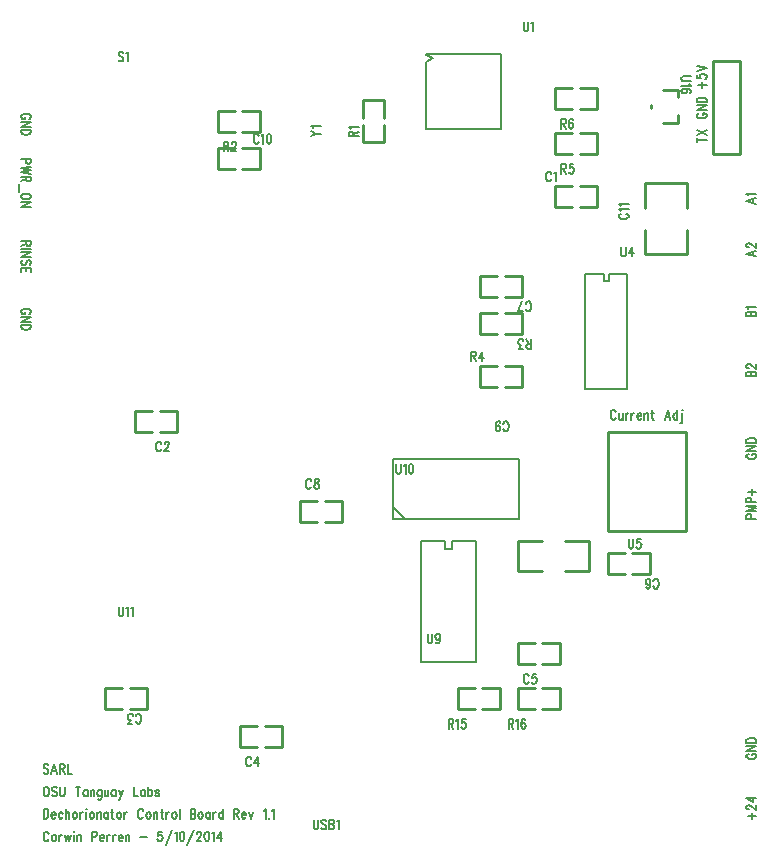
<source format=gto>
*
*
G04 PADS 9.3.1 Build Number: 456998 generated Gerber (RS-274-X) file*
G04 PC Version=2.1*
*
%IN "Dechorionator.pcb"*%
*
%MOIN*%
*
%FSLAX35Y35*%
*
*
*
*
G04 PC Standard Apertures*
*
*
G04 Thermal Relief Aperture macro.*
%AMTER*
1,1,$1,0,0*
1,0,$1-$2,0,0*
21,0,$3,$4,0,0,45*
21,0,$3,$4,0,0,135*
%
*
*
G04 Annular Aperture macro.*
%AMANN*
1,1,$1,0,0*
1,0,$2,0,0*
%
*
*
G04 Odd Aperture macro.*
%AMODD*
1,1,$1,0,0*
1,0,$1-0.005,0,0*
%
*
*
G04 PC Custom Aperture Macros*
*
*
*
*
*
*
G04 PC Aperture Table*
*
%ADD010C,0.001*%
%ADD011C,0.01*%
%ADD012C,0.005*%
%ADD040C,0.00787*%
%ADD167C,0.008*%
%ADD179C,0.00787*%
*
*
*
*
G04 PC Circuitry*
G04 Layer Name Dechorionator.pcb - circuitry*
%LPD*%
*
*
G04 PC Custom Flashes*
G04 Layer Name Dechorionator.pcb - flashes*
%LPD*%
*
*
G04 PC Circuitry*
G04 Layer Name Dechorionator.pcb - circuitry*
%LPD*%
*
G54D10*
G54D11*
G01X156200Y49000D02*
X162000D01*
Y56000*
X156200*
X153800Y49000D02*
X148000D01*
Y56000*
X153800*
X176200Y49000D02*
X182000D01*
Y56000*
X176200*
X173800Y49000D02*
X168000D01*
Y56000*
X173800*
X176200Y64000D02*
X182000D01*
Y71000*
X176200*
X173800Y64000D02*
X168000D01*
Y71000*
X173800*
X116500Y243800D02*
Y238000D01*
X123500*
Y243800*
X116500Y246200D02*
Y252000D01*
X123500*
Y246200*
X73800Y248500D02*
X68000D01*
Y241500*
X73800*
X76200Y248500D02*
X82000D01*
Y241500*
X76200*
X186300Y223500D02*
X180500D01*
Y216500*
X186300*
X188700Y223500D02*
X194500D01*
Y216500*
X188700*
X46300Y148500D02*
X40500D01*
Y141500*
X46300*
X48700Y148500D02*
X54500D01*
Y141500*
X48700*
X38700Y49000D02*
X44500D01*
Y56000*
X38700*
X36300Y49000D02*
X30500D01*
Y56000*
X36300*
X81300Y43500D02*
X75500D01*
Y36500*
X81300*
X83700Y43500D02*
X89500D01*
Y36500*
X83700*
X203800Y101000D02*
X198000D01*
Y94000*
X203800*
X206200Y101000D02*
X212000D01*
Y94000*
X206200*
X163700Y186500D02*
X169500D01*
Y193500*
X163700*
X161300Y186500D02*
X155500D01*
Y193500*
X161300*
X163700Y174000D02*
X169500D01*
Y181000*
X163700*
X161300Y174000D02*
X155500D01*
Y181000*
X161300*
X163700Y156500D02*
X169500D01*
Y163500*
X163700*
X161300Y156500D02*
X155500D01*
Y163500*
X161300*
X188700Y234000D02*
X194500D01*
Y241000*
X188700*
X186300Y234000D02*
X180500D01*
Y241000*
X186300*
X188700Y249000D02*
X194500D01*
Y256000*
X188700*
X186300Y249000D02*
X180500D01*
Y256000*
X186300*
X224000Y108500D02*
X198000D01*
Y141500*
X224000*
Y108500*
X233000Y234000D02*
Y265000D01*
X242000*
Y234000*
X233000*
X221500Y253000D02*
Y255500D01*
X216500*
X221500Y247000D02*
Y244500D01*
X216500*
X212500Y250500D02*
Y249500D01*
X73800Y236000D02*
X68000D01*
Y229000*
X73800*
X76200Y236000D02*
X82000D01*
Y229000*
X76200*
X101300Y118500D02*
X95500D01*
Y111500*
X101300*
X103700Y118500D02*
X109500D01*
Y111500*
X103700*
X176250Y105000D02*
X168200D01*
Y95000*
X176250*
X183750Y105000D02*
X191800D01*
Y95000*
X183750*
X210500Y208750D02*
Y200700D01*
X224500*
Y208750*
X210500Y216250D02*
Y224300D01*
X224500*
Y216250*
G54D12*
X200705Y148000D02*
X200591Y148313D01*
X200591D02*
X200364Y148625D01*
X200136Y148781*
X199682*
X199455Y148625*
X199227Y148313*
X199227D02*
X199114Y148000D01*
X199000Y147531*
Y146750*
X199114Y146281*
X199227Y145969*
X199455Y145656*
X199682Y145500*
X200136*
X200364Y145656*
X200591Y145969*
X200705Y146281*
X201727Y147688D02*
Y146125D01*
X201841Y145656*
X202068Y145500*
X202409*
X202636Y145656*
X202977Y146125*
Y147688D02*
Y145500D01*
X204000Y147688D02*
Y145500D01*
Y146750D02*
X204114Y147219D01*
X204341Y147531*
X204568Y147688*
X204568D02*
X204909D01*
X205932D02*
Y145500D01*
Y146750D02*
X206045Y147219D01*
X206273Y147531*
X206500Y147688*
X206500D02*
X206841D01*
X207864Y146750D02*
X209227D01*
Y147063*
X209227D02*
X209114Y147375D01*
X209000Y147531*
X208773Y147688*
X208773D02*
X208432D01*
X208432D02*
X208205Y147531D01*
X207977Y147219*
X207864Y146750*
Y146438*
X207864D02*
X207977Y145969D01*
X208205Y145656*
X208432Y145500*
X208773*
X209000Y145656*
X209227Y145969*
X210250Y147688D02*
Y145500D01*
Y147063D02*
X210591Y147531D01*
X210818Y147688*
X210818D02*
X211159D01*
X211159D02*
X211386Y147531D01*
X211500Y147063*
X211500D02*
Y145500D01*
X212864Y148781D02*
Y146125D01*
X212977Y145656*
X213205Y145500*
X213432*
X212523Y147688D02*
X213318D01*
X217977Y148781D02*
X217068Y145500D01*
X217977Y148781D02*
X218886Y145500D01*
X217409Y146594D02*
X218545D01*
X221273Y148781D02*
Y145500D01*
Y147219D02*
X221045Y147531D01*
X220818Y147688*
X220818D02*
X220477D01*
X220477D02*
X220250Y147531D01*
X220023Y147219*
X219909Y146750*
Y146438*
X219909D02*
X220023Y145969D01*
X220250Y145656*
X220477Y145500*
X220818*
X221045Y145656*
X221273Y145969*
X222750Y148781D02*
X222864Y148625D01*
X222977Y148781*
X222864Y148938*
X222864D02*
X222750Y148781D01*
X222864Y147688D02*
Y145031D01*
X222750Y144562*
X222750D02*
X222523Y144406D01*
X222295*
X227719Y238795D02*
X231000D01*
X227719Y238000D02*
Y239591D01*
Y240614D02*
X231000Y242205D01*
X227719D02*
X231000Y240614D01*
X228500Y247705D02*
X228187Y247591D01*
X228187D02*
X227875Y247364D01*
X227719Y247136*
Y246682*
X227875Y246455*
X228187Y246227*
X228187D02*
X228500Y246114D01*
X228969Y246000*
X229750*
X230219Y246114*
X230531Y246227*
X230844Y246455*
X231000Y246682*
Y247136*
X230844Y247364*
X230531Y247591*
X230219Y247705*
X229750*
Y247136D02*
Y247705D01*
X227719Y248727D02*
X231000D01*
X227719D02*
X231000Y250318D01*
X227719D02*
X231000D01*
X227719Y251341D02*
X231000D01*
X227719D02*
Y252136D01*
X227875Y252477*
X228187Y252705*
X228187D02*
X228500Y252818D01*
X228969Y252932*
X229750*
X230219Y252818*
X230531Y252705*
X230844Y252477*
X231000Y252136*
Y251341*
X228187Y257023D02*
X231000D01*
X229594Y256000D02*
Y258045D01*
X227719Y260545D02*
Y259409D01*
X229125Y259295*
X228969Y259409*
X228812Y259750*
X228812D02*
Y260091D01*
X228812D02*
X228969Y260432D01*
X229281Y260659*
X229750Y260773*
X230062Y260659*
X230062D02*
X230531Y260545D01*
X230844Y260318*
X231000Y259977*
Y259636*
X230844Y259295*
X230687Y259182*
X230687D02*
X230375Y259068D01*
X227719Y261795D02*
X231000Y262705D01*
X227719Y263614D02*
X231000Y262705D01*
X170000Y278281D02*
Y275938D01*
X170000D02*
X170114Y275469D01*
X170341Y275156*
X170682Y275000*
X170909*
X171250Y275156*
X171477Y275469*
X171591Y275938*
X171591D02*
Y278281D01*
X172614Y277656D02*
X172841Y277813D01*
X172841D02*
X173182Y278281D01*
Y275000*
X138000Y74281D02*
Y71938D01*
X138000D02*
X138114Y71469D01*
X138341Y71156*
X138682Y71000*
X138909*
X139250Y71156*
X139477Y71469*
X139591Y71938*
X139591D02*
Y74281D01*
X142091Y73188D02*
X141977Y72719D01*
X141750Y72406*
X141409Y72250*
X141295*
X140955Y72406*
X140727Y72719*
X140614Y73188*
X140614D02*
Y73344D01*
X140727Y73813*
X140727D02*
X140955Y74125D01*
X141295Y74281*
X141409*
X141750Y74125*
X141977Y73813*
X141977D02*
X142091Y73188D01*
X142091D02*
Y72406D01*
X141977Y71625*
X141750Y71156*
X141409Y71000*
X141182*
X140841Y71156*
X140727Y71469*
X100000Y12281D02*
Y9938D01*
X100000D02*
X100114Y9469D01*
X100341Y9156*
X100682Y9000*
X100909*
X101250Y9156*
X101477Y9469*
X101591Y9938*
X101591D02*
Y12281D01*
X104205Y11813D02*
X103977Y12125D01*
X103636Y12281*
X103182*
X102841Y12125*
X102614Y11813*
X102614D02*
Y11500D01*
X102727Y11188*
X102727D02*
X102841Y11031D01*
X103068Y10875*
X103750Y10563*
X103750D02*
X103977Y10406D01*
X104091Y10250*
X104205Y9938*
X104205D02*
Y9469D01*
X103977Y9156*
X103636Y9000*
X103182*
X102841Y9156*
X102614Y9469*
X105227Y12281D02*
Y9000D01*
Y12281D02*
X106250D01*
X106591Y12125*
X106705Y11969*
X106818Y11656*
Y11344*
X106705Y11031*
X106591Y10875*
X106250Y10719*
X105227D02*
X106250D01*
X106591Y10563*
X106591D02*
X106705Y10406D01*
X106818Y10094*
Y9625*
X106705Y9313*
X106705D02*
X106591Y9156D01*
X106250Y9000*
X105227*
X107841Y11656D02*
X108068Y11813D01*
X108068D02*
X108409Y12281D01*
Y9000*
X145000Y45781D02*
Y42500D01*
Y45781D02*
X146023D01*
X146364Y45625*
X146477Y45469*
X146591Y45156*
Y44844*
X146477Y44531*
X146364Y44375*
X146023Y44219*
X145000*
X145795D02*
X146591Y42500D01*
X147614Y45156D02*
X147841Y45313D01*
X147841D02*
X148182Y45781D01*
Y42500*
X150682Y45781D02*
X149545D01*
X149432Y44375*
X149545Y44531*
X149886Y44688*
X149886D02*
X150227D01*
X150227D02*
X150568Y44531D01*
X150795Y44219*
X150909Y43750*
X150795Y43438*
X150795D02*
X150682Y42969D01*
X150455Y42656*
X150114Y42500*
X149773*
X149432Y42656*
X149318Y42813*
X149318D02*
X149205Y43125D01*
X165000Y45781D02*
Y42500D01*
Y45781D02*
X166023D01*
X166364Y45625*
X166477Y45469*
X166591Y45156*
Y44844*
X166477Y44531*
X166364Y44375*
X166023Y44219*
X165000*
X165795D02*
X166591Y42500D01*
X167614Y45156D02*
X167841Y45313D01*
X167841D02*
X168182Y45781D01*
Y42500*
X170568Y45313D02*
X170455Y45625D01*
X170114Y45781*
X169886*
X169545Y45625*
X169318Y45156*
X169205Y44375*
Y43594*
X169318Y42969*
X169545Y42656*
X169886Y42500*
X170000*
X170341Y42656*
X170568Y42969*
X170682Y43438*
X170682D02*
Y43594D01*
X170568Y44063*
X170568D02*
X170341Y44375D01*
X170000Y44531*
X169886*
X169545Y44375*
X169318Y44063*
X169318D02*
X169205Y43594D01*
X171705Y60000D02*
X171591Y60313D01*
X171591D02*
X171364Y60625D01*
X171136Y60781*
X170682*
X170455Y60625*
X170227Y60313*
X170227D02*
X170114Y60000D01*
X170000Y59531*
Y58750*
X170114Y58281*
X170227Y57969*
X170455Y57656*
X170682Y57500*
X171136*
X171364Y57656*
X171591Y57969*
X171705Y58281*
X174205Y60781D02*
X173068D01*
X172955Y59375*
X173068Y59531*
X173409Y59688*
X173409D02*
X173750D01*
X173750D02*
X174091Y59531D01*
X174318Y59219*
X174432Y58750*
X174318Y58438*
X174318D02*
X174205Y57969D01*
X173977Y57656*
X173636Y57500*
X173295*
X172955Y57656*
X172841Y57813*
X172841D02*
X172727Y58125D01*
X111719Y240000D02*
X115000D01*
X111719D02*
Y241023D01*
X111875Y241364*
X112031Y241477*
X112344Y241591*
X112656*
X112969Y241477*
X113125Y241364*
X113281Y241023*
Y240000*
Y240795D02*
X115000Y241591D01*
X112344Y242614D02*
X112187Y242841D01*
X112187D02*
X111719Y243182D01*
X115000*
X70000Y238281D02*
Y235000D01*
Y238281D02*
X71023D01*
X71364Y238125*
X71477Y237969*
X71591Y237656*
Y237344*
X71477Y237031*
X71364Y236875*
X71023Y236719*
X70000*
X70795D02*
X71591Y235000D01*
X72727Y237500D02*
Y237656D01*
X72841Y237969*
X72955Y238125*
X73182Y238281*
X73636*
X73864Y238125*
X73977Y237969*
X74091Y237656*
Y237344*
X73977Y237031*
X73750Y236563*
X73750D02*
X72614Y235000D01*
X74205*
X36591Y267813D02*
X36364Y268125D01*
X36023Y268281*
X35568*
X35227Y268125*
X35000Y267813*
X35000D02*
Y267500D01*
X35114Y267188*
X35114D02*
X35227Y267031D01*
X35455Y266875*
X36136Y266563*
X36136D02*
X36364Y266406D01*
X36477Y266250*
X36591Y265938*
X36591D02*
Y265469D01*
X36364Y265156*
X36023Y265000*
X35568*
X35227Y265156*
X35000Y265469*
X37614Y267656D02*
X37841Y267813D01*
X37841D02*
X38182Y268281D01*
Y265000*
X202500Y203281D02*
Y200938D01*
X202500D02*
X202614Y200469D01*
X202841Y200156*
X203182Y200000*
X203409*
X203750Y200156*
X203977Y200469*
X204091Y200938*
X204091D02*
Y203281D01*
X206250D02*
X205114Y201094D01*
X206818*
X206250Y203281D02*
Y200000D01*
X179205Y227500D02*
X179091Y227813D01*
X179091D02*
X178864Y228125D01*
X178636Y228281*
X178182*
X177955Y228125*
X177727Y227813*
X177727D02*
X177614Y227500D01*
X177500Y227031*
Y226250*
X177614Y225781*
X177727Y225469*
X177955Y225156*
X178182Y225000*
X178636*
X178864Y225156*
X179091Y225469*
X179205Y225781*
X180227Y227656D02*
X180455Y227813D01*
X180455D02*
X180795Y228281D01*
Y225000*
X49205Y137500D02*
X49091Y137813D01*
X49091D02*
X48864Y138125D01*
X48636Y138281*
X48182*
X47955Y138125*
X47727Y137813*
X47727D02*
X47614Y137500D01*
X47500Y137031*
Y136250*
X47614Y135781*
X47727Y135469*
X47955Y135156*
X48182Y135000*
X48636*
X48864Y135156*
X49091Y135469*
X49205Y135781*
X50341Y137500D02*
Y137656D01*
X50455Y137969*
X50568Y138125*
X50795Y138281*
X51250*
X51477Y138125*
X51591Y137969*
X51705Y137656*
Y137344*
X51591Y137031*
X51364Y136563*
X51364D02*
X50227Y135000D01*
X51818*
X40795Y45000D02*
X40909Y44687D01*
X40909D02*
X41136Y44375D01*
X41364Y44219*
X41818*
X42045Y44375*
X42273Y44687*
X42273D02*
X42386Y45000D01*
X42500Y45469*
Y46250*
X42386Y46719*
X42273Y47031*
X42045Y47344*
X41818Y47500*
X41364*
X41136Y47344*
X40909Y47031*
X40795Y46719*
X39545Y44219D02*
X38295D01*
X38977Y45469*
X38636*
X38409Y45625*
X38295Y45781*
X38182Y46250*
Y46562*
X38182D02*
X38295Y47031D01*
X38523Y47344*
X38864Y47500*
X39205*
X39545Y47344*
X39659Y47187*
X39659D02*
X39773Y46875D01*
X79205Y32500D02*
X79091Y32813D01*
X79091D02*
X78864Y33125D01*
X78636Y33281*
X78182*
X77955Y33125*
X77727Y32813*
X77727D02*
X77614Y32500D01*
X77500Y32031*
Y31250*
X77614Y30781*
X77727Y30469*
X77955Y30156*
X78182Y30000*
X78636*
X78864Y30156*
X79091Y30469*
X79205Y30781*
X81364Y33281D02*
X80227Y31094D01*
X81932*
X81364Y33281D02*
Y30000D01*
X213295Y90000D02*
X213409Y89688D01*
X213409D02*
X213636Y89375D01*
X213864Y89219*
X214318*
X214545Y89375*
X214773Y89688*
X214773D02*
X214886Y90000D01*
X215000Y90469*
Y91250*
X214886Y91719*
X214773Y92031*
X214545Y92344*
X214318Y92500*
X213864*
X213636Y92344*
X213409Y92031*
X213295Y91719*
X210909Y89688D02*
X211023Y89375D01*
X211364Y89219*
X211591*
X211932Y89375*
X212159Y89844*
X212273Y90625*
Y91406*
X212159Y92031*
X211932Y92344*
X211591Y92500*
X211477*
X211136Y92344*
X210909Y92031*
X210795Y91563*
X210795D02*
Y91406D01*
X210909Y90938*
X210909D02*
X211136Y90625D01*
X211477Y90469*
X211591*
X211932Y90625*
X212159Y90938*
X212159D02*
X212273Y91406D01*
X170795Y182500D02*
X170909Y182187D01*
X170909D02*
X171136Y181875D01*
X171364Y181719*
X171818*
X172045Y181875*
X172273Y182187*
X172273D02*
X172386Y182500D01*
X172500Y182969*
Y183750*
X172386Y184219*
X172273Y184531*
X172045Y184844*
X171818Y185000*
X171364*
X171136Y184844*
X170909Y184531*
X170795Y184219*
X168182Y181719D02*
X169318Y185000D01*
X169773Y181719D02*
X168182D01*
X172500Y169219D02*
Y172500D01*
Y169219D02*
X171477D01*
X171136Y169375*
X171023Y169531*
X170909Y169844*
Y170156*
X171023Y170469*
X171136Y170625*
X171477Y170781*
X172500*
X171705D02*
X170909Y172500D01*
X169659Y169219D02*
X168409D01*
X169091Y170469*
X168750*
X168523Y170625*
X168409Y170781*
X168295Y171250*
Y171562*
X168295D02*
X168409Y172031D01*
X168636Y172344*
X168977Y172500*
X169318*
X169659Y172344*
X169773Y172187*
X169773D02*
X169886Y171875D01*
X152500Y168281D02*
Y165000D01*
Y168281D02*
X153523D01*
X153864Y168125*
X153977Y167969*
X154091Y167656*
Y167344*
X153977Y167031*
X153864Y166875*
X153523Y166719*
X152500*
X153295D02*
X154091Y165000D01*
X156250Y168281D02*
X155114Y166094D01*
X156818*
X156250Y168281D02*
Y165000D01*
X182500Y230781D02*
Y227500D01*
Y230781D02*
X183523D01*
X183864Y230625*
X183977Y230469*
X184091Y230156*
Y229844*
X183977Y229531*
X183864Y229375*
X183523Y229219*
X182500*
X183295D02*
X184091Y227500D01*
X186591Y230781D02*
X185455D01*
X185341Y229375*
X185455Y229531*
X185795Y229688*
X185795D02*
X186136D01*
X186136D02*
X186477Y229531D01*
X186705Y229219*
X186818Y228750*
X186705Y228438*
X186705D02*
X186591Y227969D01*
X186364Y227656*
X186023Y227500*
X185682*
X185341Y227656*
X185227Y227813*
X185227D02*
X185114Y228125D01*
X182500Y245781D02*
Y242500D01*
Y245781D02*
X183523D01*
X183864Y245625*
X183977Y245469*
X184091Y245156*
Y244844*
X183977Y244531*
X183864Y244375*
X183523Y244219*
X182500*
X183295D02*
X184091Y242500D01*
X186477Y245313D02*
X186364Y245625D01*
X186023Y245781*
X185795*
X185455Y245625*
X185227Y245156*
X185114Y244375*
Y243594*
X185227Y242969*
X185455Y242656*
X185795Y242500*
X185909*
X186250Y242656*
X186477Y242969*
X186591Y243438*
X186591D02*
Y243594D01*
X186477Y244063*
X186477D02*
X186250Y244375D01*
X185909Y244531*
X185795*
X185455Y244375*
X185227Y244063*
X185227D02*
X185114Y243594D01*
X205000Y105781D02*
Y103438D01*
X205000D02*
X205114Y102969D01*
X205341Y102656*
X205682Y102500*
X205909*
X206250Y102656*
X206477Y102969*
X206591Y103438*
X206591D02*
Y105781D01*
X209091D02*
X207955D01*
X207841Y104375*
X207955Y104531*
X208295Y104688*
X208295D02*
X208636D01*
X208636D02*
X208977Y104531D01*
X209205Y104219*
X209318Y103750*
X209205Y103438*
X209205D02*
X209091Y102969D01*
X208864Y102656*
X208523Y102500*
X208182*
X207841Y102656*
X207727Y102813*
X207727D02*
X207614Y103125D01*
X127500Y130781D02*
Y128438D01*
X127500D02*
X127614Y127969D01*
X127841Y127656*
X128182Y127500*
X128409*
X128750Y127656*
X128977Y127969*
X129091Y128438*
X129091D02*
Y130781D01*
X130114Y130156D02*
X130341Y130313D01*
X130341D02*
X130682Y130781D01*
Y127500*
X132386Y130781D02*
X132045Y130625D01*
X131818Y130156*
X131705Y129375*
Y128906*
X131818Y128125*
X132045Y127656*
X132386Y127500*
X132614*
X132955Y127656*
X133182Y128125*
X133295Y128906*
Y129375*
X133182Y130156*
X132955Y130625*
X132614Y130781*
X132386*
X225781Y260000D02*
X223438D01*
X223438D02*
X222969Y259886D01*
X222656Y259659*
X222500Y259318*
Y259091*
X222656Y258750*
X222969Y258523*
X223438Y258409*
X223438D02*
X225781D01*
X225156Y257386D02*
X225313Y257159D01*
X225313D02*
X225781Y256818D01*
X222500*
X225313Y254432D02*
X225625Y254545D01*
X225781Y254886*
Y255114*
X225625Y255455*
X225156Y255682*
X224375Y255795*
X223594*
X222969Y255682*
X222656Y255455*
X222500Y255114*
Y255000*
X222656Y254659*
X222969Y254432*
X223438Y254318*
X223438D02*
X223594D01*
X224063Y254432*
X224063D02*
X224375Y254659D01*
X224531Y255000*
Y255114*
X224375Y255455*
X224063Y255682*
X224063D02*
X223594Y255795D01*
X81705Y240000D02*
X81591Y240313D01*
X81591D02*
X81364Y240625D01*
X81136Y240781*
X80682*
X80455Y240625*
X80227Y240313*
X80227D02*
X80114Y240000D01*
X80000Y239531*
Y238750*
X80114Y238281*
X80227Y237969*
X80455Y237656*
X80682Y237500*
X81136*
X81364Y237656*
X81591Y237969*
X81705Y238281*
X82727Y240156D02*
X82955Y240313D01*
X82955D02*
X83295Y240781D01*
Y237500*
X85000Y240781D02*
X84659Y240625D01*
X84432Y240156*
X84318Y239375*
Y238906*
X84432Y238125*
X84659Y237656*
X85000Y237500*
X85227*
X85568Y237656*
X85795Y238125*
X85909Y238906*
Y239375*
X85795Y240156*
X85568Y240625*
X85227Y240781*
X85000*
X99219Y240000D02*
X100781Y240909D01*
X102500*
X99219Y241818D02*
X100781Y240909D01*
X99844Y242841D02*
X99687Y243068D01*
X99687D02*
X99219Y243409D01*
X102500*
X99205Y125000D02*
X99091Y125313D01*
X99091D02*
X98864Y125625D01*
X98636Y125781*
X98182*
X97955Y125625*
X97727Y125313*
X97727D02*
X97614Y125000D01*
X97500Y124531*
Y123750*
X97614Y123281*
X97727Y122969*
X97955Y122656*
X98182Y122500*
X98636*
X98864Y122656*
X99091Y122969*
X99205Y123281*
X100795Y125781D02*
X100455Y125625D01*
X100341Y125313*
X100341D02*
Y125000D01*
X100455Y124688*
X100455D02*
X100682Y124531D01*
X101136Y124375*
X101477Y124219*
X101705Y123906*
X101818Y123594*
Y123125*
X101705Y122813*
X101705D02*
X101591Y122656D01*
X101250Y122500*
X100795*
X100455Y122656*
X100341Y122813*
X100341D02*
X100227Y123125D01*
Y123594*
X100341Y123906*
X100568Y124219*
X100909Y124375*
X101364Y124531*
X101591Y124688*
X101591D02*
X101705Y125000D01*
Y125313*
X101705D02*
X101591Y125625D01*
X101250Y125781*
X100795*
X35000Y83281D02*
Y80938D01*
X35000D02*
X35114Y80469D01*
X35341Y80156*
X35682Y80000*
X35909*
X36250Y80156*
X36477Y80469*
X36591Y80938*
X36591D02*
Y83281D01*
X37614Y82656D02*
X37841Y82813D01*
X37841D02*
X38182Y83281D01*
Y80000*
X39205Y82656D02*
X39432Y82813D01*
X39432D02*
X39773Y83281D01*
Y80000*
X163295Y142500D02*
X163409Y142187D01*
X163409D02*
X163636Y141875D01*
X163864Y141719*
X164318*
X164545Y141875*
X164773Y142187*
X164773D02*
X164886Y142500D01*
X165000Y142969*
Y143750*
X164886Y144219*
X164773Y144531*
X164545Y144844*
X164318Y145000*
X163864*
X163636Y144844*
X163409Y144531*
X163295Y144219*
X160795Y142812D02*
X160909Y143281D01*
X161136Y143594*
X161477Y143750*
X161591*
X161932Y143594*
X162159Y143281*
X162273Y142812*
X162273D02*
Y142656D01*
X162159Y142187*
X162159D02*
X161932Y141875D01*
X161591Y141719*
X161477*
X161136Y141875*
X160909Y142187*
X160909D02*
X160795Y142812D01*
X160795D02*
Y143594D01*
X160909Y144375*
X161136Y144844*
X161477Y145000*
X161705*
X162045Y144844*
X162159Y144531*
X202500Y214205D02*
X202187Y214091D01*
X202187D02*
X201875Y213864D01*
X201719Y213636*
Y213182*
X201875Y212955*
X202187Y212727*
X202187D02*
X202500Y212614D01*
X202969Y212500*
X203750*
X204219Y212614*
X204531Y212727*
X204844Y212955*
X205000Y213182*
Y213636*
X204844Y213864*
X204531Y214091*
X204219Y214205*
X202344Y215227D02*
X202187Y215455D01*
X202187D02*
X201719Y215795D01*
X205000*
X202344Y216818D02*
X202187Y217045D01*
X202187D02*
X201719Y217386D01*
X205000*
X244687Y13523D02*
X247500D01*
X246094Y12500D02*
Y14545D01*
X245000Y15682D02*
X244844D01*
X244531Y15795*
X244375Y15909*
X244219Y16136*
Y16591*
X244375Y16818*
X244531Y16932*
X244844Y17045*
X245156*
X245469Y16932*
X245937Y16705*
X245937D02*
X247500Y15568D01*
Y17159*
X244219Y19318D02*
X246406Y18182D01*
Y19886*
X244219Y19318D02*
X247500D01*
X245000Y34205D02*
X244687Y34091D01*
X244687D02*
X244375Y33864D01*
X244219Y33636*
Y33182*
X244375Y32955*
X244687Y32727*
X244687D02*
X245000Y32614D01*
X245469Y32500*
X246250*
X246719Y32614*
X247031Y32727*
X247344Y32955*
X247500Y33182*
Y33636*
X247344Y33864*
X247031Y34091*
X246719Y34205*
X246250*
Y33636D02*
Y34205D01*
X244219Y35227D02*
X247500D01*
X244219D02*
X247500Y36818D01*
X244219D02*
X247500D01*
X244219Y37841D02*
X247500D01*
X244219D02*
Y38636D01*
X244375Y38977*
X244687Y39205*
X244687D02*
X245000Y39318D01*
X245469Y39432*
X246250*
X246719Y39318*
X247031Y39205*
X247344Y38977*
X247500Y38636*
Y37841*
X244219Y112500D02*
X247500D01*
X244219D02*
Y113523D01*
X244375Y113864*
X244531Y113977*
X244844Y114091*
X245312*
X245312D02*
X245625Y113977D01*
X245781Y113864*
X245937Y113523*
X245937D02*
Y112500D01*
X244219Y115114D02*
X247500D01*
X244219D02*
X247500Y116023D01*
X244219Y116932D02*
X247500Y116023D01*
X244219Y116932D02*
X247500D01*
X244219Y117955D02*
X247500D01*
X244219D02*
Y118977D01*
X244375Y119318*
X244531Y119432*
X244844Y119545*
X245312*
X245312D02*
X245625Y119432D01*
X245781Y119318*
X245937Y118977*
X245937D02*
Y117955D01*
X244687Y121591D02*
X247500D01*
X246094Y120568D02*
Y122614D01*
X245000Y134205D02*
X244687Y134091D01*
X244687D02*
X244375Y133864D01*
X244219Y133636*
Y133182*
X244375Y132955*
X244687Y132727*
X244687D02*
X245000Y132614D01*
X245469Y132500*
X246250*
X246719Y132614*
X247031Y132727*
X247344Y132955*
X247500Y133182*
Y133636*
X247344Y133864*
X247031Y134091*
X246719Y134205*
X246250*
Y133636D02*
Y134205D01*
X244219Y135227D02*
X247500D01*
X244219D02*
X247500Y136818D01*
X244219D02*
X247500D01*
X244219Y137841D02*
X247500D01*
X244219D02*
Y138636D01*
X244375Y138977*
X244687Y139205*
X244687D02*
X245000Y139318D01*
X245469Y139432*
X246250*
X246719Y139318*
X247031Y139205*
X247344Y138977*
X247500Y138636*
Y137841*
X244219Y180000D02*
X247500D01*
X244219D02*
Y181023D01*
X244375Y181364*
X244531Y181477*
X244844Y181591*
X245156*
X245469Y181477*
X245625Y181364*
X245781Y181023*
Y180000D02*
Y181023D01*
X245937Y181364*
X245937D02*
X246094Y181477D01*
X246406Y181591*
X246875*
X247187Y181477*
X247187D02*
X247344Y181364D01*
X247500Y181023*
Y180000*
X244844Y182614D02*
X244687Y182841D01*
X244687D02*
X244219Y183182D01*
X247500*
X244219Y160000D02*
X247500D01*
X244219D02*
Y161023D01*
X244375Y161364*
X244531Y161477*
X244844Y161591*
X245156*
X245469Y161477*
X245625Y161364*
X245781Y161023*
Y160000D02*
Y161023D01*
X245937Y161364*
X245937D02*
X246094Y161477D01*
X246406Y161591*
X246875*
X247187Y161477*
X247187D02*
X247344Y161364D01*
X247500Y161023*
Y160000*
X245000Y162727D02*
X244844D01*
X244531Y162841*
X244375Y162955*
X244219Y163182*
Y163636*
X244375Y163864*
X244531Y163977*
X244844Y164091*
X245156*
X245469Y163977*
X245937Y163750*
X245937D02*
X247500Y162614D01*
Y164205*
X244219Y200909D02*
X247500Y200000D01*
X244219Y200909D02*
X247500Y201818D01*
X246406Y200341D02*
Y201477D01*
X245000Y202955D02*
X244844D01*
X244531Y203068*
X244375Y203182*
X244219Y203409*
Y203864*
X244375Y204091*
X244531Y204205*
X244844Y204318*
X245156*
X245469Y204205*
X245937Y203977*
X245937D02*
X247500Y202841D01*
Y204432*
X244219Y218409D02*
X247500Y217500D01*
X244219Y218409D02*
X247500Y219318D01*
X246406Y217841D02*
Y218977D01*
X244844Y220341D02*
X244687Y220568D01*
X244687D02*
X244219Y220909D01*
X247500*
X5781Y232500D02*
X2500D01*
X5781D02*
Y231477D01*
X5625Y231136*
X5469Y231023*
X5156Y230909*
X4688*
X4688D02*
X4375Y231023D01*
X4219Y231136*
X4063Y231477*
X4063D02*
Y232500D01*
X5781Y229886D02*
X2500Y229318D01*
X5781Y228750D02*
X2500Y229318D01*
X5781Y228750D02*
X2500Y228182D01*
X5781Y227614D02*
X2500Y228182D01*
X5781Y226591D02*
X2500D01*
X5781D02*
Y225568D01*
X5625Y225227*
X5469Y225114*
X5156Y225000*
X4844*
X4531Y225114*
X4375Y225227*
X4219Y225568*
Y226591*
Y225795D02*
X2500Y225000D01*
X1875Y223977D02*
Y221591D01*
X5781Y220227D02*
X5625Y220455D01*
X5313Y220682*
X5313D02*
X5000Y220795D01*
X4531Y220909*
X3750*
X3281Y220795*
X2969Y220682*
X2656Y220455*
X2500Y220227*
Y219773*
X2656Y219545*
X2969Y219318*
X3281Y219205*
X3750Y219091*
X4531*
X5000Y219205*
X5313Y219318*
X5313D02*
X5625Y219545D01*
X5781Y219773*
Y220227*
Y218068D02*
X2500D01*
X5781D02*
X2500Y216477D01*
X5781D02*
X2500D01*
X5781Y205000D02*
X2500D01*
X5781D02*
Y203977D01*
X5625Y203636*
X5469Y203523*
X5156Y203409*
X4844*
X4531Y203523*
X4375Y203636*
X4219Y203977*
Y205000*
Y204205D02*
X2500Y203409D01*
X5781Y202386D02*
X2500D01*
X5781Y201364D02*
X2500D01*
X5781D02*
X2500Y199773D01*
X5781D02*
X2500D01*
X5313Y197159D02*
X5625Y197386D01*
X5781Y197727*
Y198182*
X5625Y198523*
X5313Y198750*
X5313D02*
X5000D01*
X4688Y198636*
X4688D02*
X4531Y198523D01*
X4375Y198295*
X4063Y197614*
X4063D02*
X3906Y197386D01*
X3750Y197273*
X3438Y197159*
X3438D02*
X2969D01*
X2656Y197386*
X2500Y197727*
Y198182*
X2656Y198523*
X2969Y198750*
X5781Y196136D02*
X2500D01*
X5781D02*
Y194659D01*
X4219Y196136D02*
Y195227D01*
X2500Y196136D02*
Y194659D01*
X5000Y245795D02*
X5313Y245909D01*
X5313D02*
X5625Y246136D01*
X5781Y246364*
Y246818*
X5625Y247045*
X5313Y247273*
X5313D02*
X5000Y247386D01*
X4531Y247500*
X3750*
X3281Y247386*
X2969Y247273*
X2656Y247045*
X2500Y246818*
Y246364*
X2656Y246136*
X2969Y245909*
X3281Y245795*
X3750*
Y246364D02*
Y245795D01*
X5781Y244773D02*
X2500D01*
X5781D02*
X2500Y243182D01*
X5781D02*
X2500D01*
X5781Y242159D02*
X2500D01*
X5781D02*
Y241364D01*
X5625Y241023*
X5313Y240795*
X5313D02*
X5000Y240682D01*
X4531Y240568*
X3750*
X3281Y240682*
X2969Y240795*
X2656Y241023*
X2500Y241364*
Y242159*
X5000Y180795D02*
X5313Y180909D01*
X5313D02*
X5625Y181136D01*
X5781Y181364*
Y181818*
X5625Y182045*
X5313Y182273*
X5313D02*
X5000Y182386D01*
X4531Y182500*
X3750*
X3281Y182386*
X2969Y182273*
X2656Y182045*
X2500Y181818*
Y181364*
X2656Y181136*
X2969Y180909*
X3281Y180795*
X3750*
Y181364D02*
Y180795D01*
X5781Y179773D02*
X2500D01*
X5781D02*
X2500Y178182D01*
X5781D02*
X2500D01*
X5781Y177159D02*
X2500D01*
X5781D02*
Y176364D01*
X5625Y176023*
X5313Y175795*
X5313D02*
X5000Y175682D01*
X4531Y175568*
X3750*
X3281Y175682*
X2969Y175795*
X2656Y176023*
X2500Y176364*
Y177159*
X10682Y23281D02*
X10455Y23125D01*
X10227Y22813*
X10227D02*
X10114Y22500D01*
X10000Y22031*
Y21250*
X10114Y20781*
X10227Y20469*
X10455Y20156*
X10682Y20000*
X11136*
X11364Y20156*
X11591Y20469*
X11705Y20781*
X11818Y21250*
Y22031*
X11705Y22500*
X11591Y22813*
X11591D02*
X11364Y23125D01*
X11136Y23281*
X10682*
X14432Y22813D02*
X14205Y23125D01*
X13864Y23281*
X13409*
X13068Y23125*
X12841Y22813*
X12841D02*
Y22500D01*
X12955Y22188*
X12955D02*
X13068Y22031D01*
X13295Y21875*
X13977Y21563*
X13977D02*
X14205Y21406D01*
X14318Y21250*
X14432Y20938*
X14432D02*
Y20469D01*
X14205Y20156*
X13864Y20000*
X13409*
X13068Y20156*
X12841Y20469*
X15455Y23281D02*
Y20938D01*
X15455D02*
X15568Y20469D01*
X15795Y20156*
X16136Y20000*
X16364*
X16705Y20156*
X16932Y20469*
X17045Y20938*
X17045D02*
Y23281D01*
X21477D02*
Y20000D01*
X20682Y23281D02*
X22273D01*
X24659Y22188D02*
Y20000D01*
Y21719D02*
X24432Y22031D01*
X24205Y22188*
X24205D02*
X23864D01*
X23864D02*
X23636Y22031D01*
X23409Y21719*
X23295Y21250*
Y20938*
X23295D02*
X23409Y20469D01*
X23636Y20156*
X23864Y20000*
X24205*
X24432Y20156*
X24659Y20469*
X25682Y22188D02*
Y20000D01*
Y21563D02*
X26023Y22031D01*
X26250Y22188*
X26250D02*
X26591D01*
X26591D02*
X26818Y22031D01*
X26932Y21563*
X26932D02*
Y20000D01*
X29318Y22188D02*
Y19687D01*
X29318D02*
X29205Y19219D01*
X29091Y19062*
X29091D02*
X28864Y18906D01*
X28523*
X28295Y19062*
X29318Y21719D02*
X29091Y22031D01*
X28864Y22188*
X28864D02*
X28523D01*
X28523D02*
X28295Y22031D01*
X28068Y21719*
X27955Y21250*
Y20938*
X27955D02*
X28068Y20469D01*
X28295Y20156*
X28523Y20000*
X28864*
X29091Y20156*
X29318Y20469*
X30341Y22188D02*
Y20625D01*
X30455Y20156*
X30682Y20000*
X31023*
X31250Y20156*
X31591Y20625*
Y22188D02*
Y20000D01*
X33977Y22188D02*
Y20000D01*
Y21719D02*
X33750Y22031D01*
X33523Y22188*
X33523D02*
X33182D01*
X33182D02*
X32955Y22031D01*
X32727Y21719*
X32614Y21250*
Y20938*
X32614D02*
X32727Y20469D01*
X32955Y20156*
X33182Y20000*
X33523*
X33750Y20156*
X33977Y20469*
X35114Y22188D02*
X35795Y20000D01*
X36477Y22188D02*
X35795Y20000D01*
X35568Y19375*
X35341Y19062*
X35341D02*
X35114Y18906D01*
X35000*
X40114Y23281D02*
Y20000D01*
X41477*
X43864Y22188D02*
Y20000D01*
Y21719D02*
X43636Y22031D01*
X43409Y22188*
X43409D02*
X43068D01*
X43068D02*
X42841Y22031D01*
X42614Y21719*
X42500Y21250*
Y20938*
X42500D02*
X42614Y20469D01*
X42841Y20156*
X43068Y20000*
X43409*
X43636Y20156*
X43864Y20469*
X44886Y23281D02*
Y20000D01*
Y21719D02*
X45114Y22031D01*
X45341Y22188*
X45341D02*
X45682D01*
X45682D02*
X45909Y22031D01*
X46136Y21719*
X46250Y21250*
Y20938*
X46250D02*
X46136Y20469D01*
X45909Y20156*
X45682Y20000*
X45341*
X45114Y20156*
X44886Y20469*
X48523Y21719D02*
X48409Y22031D01*
X48068Y22188*
X48068D02*
X47727D01*
X47727D02*
X47386Y22031D01*
X47273Y21719*
X47386Y21406*
X47614Y21250*
X48182Y21094*
X48409Y20938*
X48409D02*
X48523Y20625D01*
Y20469*
X48409Y20156*
X48068Y20000*
X47727*
X47386Y20156*
X47273Y20469*
X11591Y30313D02*
X11364Y30625D01*
X11023Y30781*
X10568*
X10227Y30625*
X10000Y30313*
X10000D02*
Y30000D01*
X10114Y29688*
X10114D02*
X10227Y29531D01*
X10455Y29375*
X11136Y29063*
X11136D02*
X11364Y28906D01*
X11477Y28750*
X11591Y28438*
X11591D02*
Y27969D01*
X11364Y27656*
X11023Y27500*
X10568*
X10227Y27656*
X10000Y27969*
X13523Y30781D02*
X12614Y27500D01*
X13523Y30781D02*
X14432Y27500D01*
X12955Y28594D02*
X14091D01*
X15455Y30781D02*
Y27500D01*
Y30781D02*
X16477D01*
X16818Y30625*
X16932Y30469*
X17045Y30156*
Y29844*
X16932Y29531*
X16818Y29375*
X16477Y29219*
X15455*
X16250D02*
X17045Y27500D01*
X18068Y30781D02*
Y27500D01*
X19432*
X10000Y15781D02*
Y12500D01*
Y15781D02*
X10795D01*
X11136Y15625*
X11364Y15313*
X11364D02*
X11477Y15000D01*
X11591Y14531*
Y13750*
X11477Y13281*
X11364Y12969*
X11136Y12656*
X10795Y12500*
X10000*
X12614Y13750D02*
X13977D01*
Y14063*
X13977D02*
X13864Y14375D01*
X13750Y14531*
X13523Y14688*
X13523D02*
X13182D01*
X13182D02*
X12955Y14531D01*
X12727Y14219*
X12614Y13750*
Y13438*
X12614D02*
X12727Y12969D01*
X12955Y12656*
X13182Y12500*
X13523*
X13750Y12656*
X13977Y12969*
X16364Y14219D02*
X16136Y14531D01*
X15909Y14688*
X15909D02*
X15568D01*
X15568D02*
X15341Y14531D01*
X15114Y14219*
X15000Y13750*
Y13438*
X15000D02*
X15114Y12969D01*
X15341Y12656*
X15568Y12500*
X15909*
X16136Y12656*
X16364Y12969*
X17386Y15781D02*
Y12500D01*
Y14063D02*
X17727Y14531D01*
X17955Y14688*
X17955D02*
X18295D01*
X18295D02*
X18523Y14531D01*
X18636Y14063*
X18636D02*
Y12500D01*
X20227Y14688D02*
X20000Y14531D01*
X19773Y14219*
X19659Y13750*
Y13438*
X19659D02*
X19773Y12969D01*
X20000Y12656*
X20227Y12500*
X20568*
X20795Y12656*
X21023Y12969*
X21136Y13438*
X21136D02*
Y13750D01*
X21023Y14219*
X20795Y14531*
X20568Y14688*
X20568D02*
X20227D01*
X22159D02*
Y12500D01*
Y13750D02*
X22273Y14219D01*
X22500Y14531*
X22727Y14688*
X22727D02*
X23068D01*
X24091Y15781D02*
X24205Y15625D01*
X24318Y15781*
X24205Y15938*
X24205D02*
X24091Y15781D01*
X24205Y14688D02*
Y12500D01*
X25909Y14688D02*
X25682Y14531D01*
X25455Y14219*
X25341Y13750*
Y13438*
X25341D02*
X25455Y12969D01*
X25682Y12656*
X25909Y12500*
X26250*
X26477Y12656*
X26705Y12969*
X26818Y13438*
X26818D02*
Y13750D01*
X26705Y14219*
X26477Y14531*
X26250Y14688*
X26250D02*
X25909D01*
X27841D02*
Y12500D01*
Y14063D02*
X28182Y14531D01*
X28409Y14688*
X28409D02*
X28750D01*
X28750D02*
X28977Y14531D01*
X29091Y14063*
X29091D02*
Y12500D01*
X31477Y14688D02*
Y12500D01*
Y14219D02*
X31250Y14531D01*
X31023Y14688*
X31023D02*
X30682D01*
X30682D02*
X30455Y14531D01*
X30227Y14219*
X30114Y13750*
Y13438*
X30114D02*
X30227Y12969D01*
X30455Y12656*
X30682Y12500*
X31023*
X31250Y12656*
X31477Y12969*
X32841Y15781D02*
Y13125D01*
X32955Y12656*
X33182Y12500*
X33409*
X32500Y14688D02*
X33295D01*
X35000D02*
X34773Y14531D01*
X34545Y14219*
X34432Y13750*
Y13438*
X34432D02*
X34545Y12969D01*
X34773Y12656*
X35000Y12500*
X35341*
X35568Y12656*
X35795Y12969*
X35909Y13438*
X35909D02*
Y13750D01*
X35795Y14219*
X35568Y14531*
X35341Y14688*
X35341D02*
X35000D01*
X36932D02*
Y12500D01*
Y13750D02*
X37045Y14219D01*
X37273Y14531*
X37500Y14688*
X37500D02*
X37841D01*
X43182Y15000D02*
X43068Y15313D01*
X43068D02*
X42841Y15625D01*
X42614Y15781*
X42159*
X41932Y15625*
X41705Y15313*
X41705D02*
X41591Y15000D01*
X41477Y14531*
Y13750*
X41591Y13281*
X41705Y12969*
X41932Y12656*
X42159Y12500*
X42614*
X42841Y12656*
X43068Y12969*
X43182Y13281*
X44773Y14688D02*
X44545Y14531D01*
X44318Y14219*
X44205Y13750*
Y13438*
X44205D02*
X44318Y12969D01*
X44545Y12656*
X44773Y12500*
X45114*
X45341Y12656*
X45568Y12969*
X45682Y13438*
X45682D02*
Y13750D01*
X45568Y14219*
X45341Y14531*
X45114Y14688*
X45114D02*
X44773D01*
X46705D02*
Y12500D01*
Y14063D02*
X47045Y14531D01*
X47273Y14688*
X47273D02*
X47614D01*
X47614D02*
X47841Y14531D01*
X47955Y14063*
X47955D02*
Y12500D01*
X49318Y15781D02*
Y13125D01*
X49432Y12656*
X49659Y12500*
X49886*
X48977Y14688D02*
X49773D01*
X50909D02*
Y12500D01*
Y13750D02*
X51023Y14219D01*
X51250Y14531*
X51477Y14688*
X51477D02*
X51818D01*
X53409D02*
X53182Y14531D01*
X52955Y14219*
X52841Y13750*
Y13438*
X52841D02*
X52955Y12969D01*
X53182Y12656*
X53409Y12500*
X53750*
X53977Y12656*
X54205Y12969*
X54318Y13438*
X54318D02*
Y13750D01*
X54205Y14219*
X53977Y14531*
X53750Y14688*
X53750D02*
X53409D01*
X55341Y15781D02*
Y12500D01*
X58977Y15781D02*
Y12500D01*
Y15781D02*
X60000D01*
X60341Y15625*
X60455Y15469*
X60568Y15156*
Y14844*
X60455Y14531*
X60341Y14375*
X60000Y14219*
X58977D02*
X60000D01*
X60341Y14063*
X60341D02*
X60455Y13906D01*
X60568Y13594*
Y13125*
X60455Y12813*
X60455D02*
X60341Y12656D01*
X60000Y12500*
X58977*
X62159Y14688D02*
X61932Y14531D01*
X61705Y14219*
X61591Y13750*
Y13438*
X61591D02*
X61705Y12969D01*
X61932Y12656*
X62159Y12500*
X62500*
X62727Y12656*
X62955Y12969*
X63068Y13438*
X63068D02*
Y13750D01*
X62955Y14219*
X62727Y14531*
X62500Y14688*
X62500D02*
X62159D01*
X65455D02*
Y12500D01*
Y14219D02*
X65227Y14531D01*
X65000Y14688*
X65000D02*
X64659D01*
X64659D02*
X64432Y14531D01*
X64205Y14219*
X64091Y13750*
Y13438*
X64091D02*
X64205Y12969D01*
X64432Y12656*
X64659Y12500*
X65000*
X65227Y12656*
X65455Y12969*
X66477Y14688D02*
Y12500D01*
Y13750D02*
X66591Y14219D01*
X66818Y14531*
X67045Y14688*
X67045D02*
X67386D01*
X69773Y15781D02*
Y12500D01*
Y14219D02*
X69545Y14531D01*
X69318Y14688*
X69318D02*
X68977D01*
X68977D02*
X68750Y14531D01*
X68523Y14219*
X68409Y13750*
Y13438*
X68409D02*
X68523Y12969D01*
X68750Y12656*
X68977Y12500*
X69318*
X69545Y12656*
X69773Y12969*
X73409Y15781D02*
Y12500D01*
Y15781D02*
X74432D01*
X74773Y15625*
X74886Y15469*
X75000Y15156*
Y14844*
X74886Y14531*
X74773Y14375*
X74432Y14219*
X73409*
X74205D02*
X75000Y12500D01*
X76023Y13750D02*
X77386D01*
Y14063*
X77386D02*
X77273Y14375D01*
X77159Y14531*
X76932Y14688*
X76932D02*
X76591D01*
X76591D02*
X76364Y14531D01*
X76136Y14219*
X76023Y13750*
Y13438*
X76023D02*
X76136Y12969D01*
X76364Y12656*
X76591Y12500*
X76932*
X77159Y12656*
X77386Y12969*
X78409Y14688D02*
X79091Y12500D01*
X79773Y14688D02*
X79091Y12500D01*
X83409Y15156D02*
X83636Y15313D01*
X83636D02*
X83977Y15781D01*
Y12500*
X85114Y12813D02*
X85000Y12656D01*
X85114Y12500*
X85227Y12656*
X85114Y12813*
X86250Y15156D02*
X86477Y15313D01*
X86477D02*
X86818Y15781D01*
Y12500*
X11705Y7500D02*
X11591Y7813D01*
X11591D02*
X11364Y8125D01*
X11136Y8281*
X10682*
X10455Y8125*
X10227Y7813*
X10227D02*
X10114Y7500D01*
X10000Y7031*
Y6250*
X10114Y5781*
X10227Y5469*
X10455Y5156*
X10682Y5000*
X11136*
X11364Y5156*
X11591Y5469*
X11705Y5781*
X13295Y7188D02*
X13068Y7031D01*
X12841Y6719*
X12727Y6250*
Y5938*
X12727D02*
X12841Y5469D01*
X13068Y5156*
X13295Y5000*
X13636*
X13864Y5156*
X14091Y5469*
X14205Y5938*
X14205D02*
Y6250D01*
X14091Y6719*
X13864Y7031*
X13636Y7188*
X13636D02*
X13295D01*
X15227D02*
Y5000D01*
Y6250D02*
X15341Y6719D01*
X15568Y7031*
X15795Y7188*
X15795D02*
X16136D01*
X17159D02*
X17614Y5000D01*
X18068Y7188D02*
X17614Y5000D01*
X18068Y7188D02*
X18523Y5000D01*
X18977Y7188D02*
X18523Y5000D01*
X20000Y8281D02*
X20114Y8125D01*
X20227Y8281*
X20114Y8438*
X20114D02*
X20000Y8281D01*
X20114Y7188D02*
Y5000D01*
X21250Y7188D02*
Y5000D01*
Y6563D02*
X21591Y7031D01*
X21818Y7188*
X21818D02*
X22159D01*
X22159D02*
X22386Y7031D01*
X22500Y6563*
X22500D02*
Y5000D01*
X26136Y8281D02*
Y5000D01*
Y8281D02*
X27159D01*
X27500Y8125*
X27614Y7969*
X27727Y7656*
Y7188*
X27727D02*
X27614Y6875D01*
X27500Y6719*
X27159Y6563*
X27159D02*
X26136D01*
X28750Y6250D02*
X30114D01*
Y6563*
X30114D02*
X30000Y6875D01*
X29886Y7031*
X29659Y7188*
X29659D02*
X29318D01*
X29318D02*
X29091Y7031D01*
X28864Y6719*
X28750Y6250*
Y5938*
X28750D02*
X28864Y5469D01*
X29091Y5156*
X29318Y5000*
X29659*
X29886Y5156*
X30114Y5469*
X31136Y7188D02*
Y5000D01*
Y6250D02*
X31250Y6719D01*
X31477Y7031*
X31705Y7188*
X31705D02*
X32045D01*
X33068D02*
Y5000D01*
Y6250D02*
X33182Y6719D01*
X33409Y7031*
X33636Y7188*
X33636D02*
X33977D01*
X35000Y6250D02*
X36364D01*
Y6563*
X36364D02*
X36250Y6875D01*
X36136Y7031*
X35909Y7188*
X35909D02*
X35568D01*
X35568D02*
X35341Y7031D01*
X35114Y6719*
X35000Y6250*
Y5938*
X35000D02*
X35114Y5469D01*
X35341Y5156*
X35568Y5000*
X35909*
X36136Y5156*
X36364Y5469*
X37386Y7188D02*
Y5000D01*
Y6563D02*
X37727Y7031D01*
X37955Y7188*
X37955D02*
X38295D01*
X38295D02*
X38523Y7031D01*
X38636Y6563*
X38636D02*
Y5000D01*
X42273Y6406D02*
X44318D01*
X49432Y8281D02*
X48295D01*
X48182Y6875*
X48295Y7031*
X48636Y7188*
X48636D02*
X48977D01*
X48977D02*
X49318Y7031D01*
X49545Y6719*
X49659Y6250*
X49545Y5938*
X49545D02*
X49432Y5469D01*
X49205Y5156*
X48864Y5000*
X48523*
X48182Y5156*
X48068Y5313*
X48068D02*
X47955Y5625D01*
X52727Y8906D02*
X50682Y3906D01*
X53750Y7656D02*
X53977Y7813D01*
X53977D02*
X54318Y8281D01*
Y5000*
X56023Y8281D02*
X55682Y8125D01*
X55455Y7656*
X55341Y6875*
Y6406*
X55455Y5625*
X55682Y5156*
X56023Y5000*
X56250*
X56591Y5156*
X56818Y5625*
X56932Y6406*
Y6875*
X56818Y7656*
X56591Y8125*
X56250Y8281*
X56023*
X60000Y8906D02*
X57955Y3906D01*
X61136Y7500D02*
Y7656D01*
X61250Y7969*
X61364Y8125*
X61591Y8281*
X62045*
X62273Y8125*
X62386Y7969*
X62500Y7656*
Y7344*
X62386Y7031*
X62159Y6563*
X62159D02*
X61023Y5000D01*
X62614*
X64318Y8281D02*
X63977Y8125D01*
X63750Y7656*
X63636Y6875*
Y6406*
X63750Y5625*
X63977Y5156*
X64318Y5000*
X64545*
X64886Y5156*
X65114Y5625*
X65227Y6406*
Y6875*
X65114Y7656*
X64886Y8125*
X64545Y8281*
X64318*
X66250Y7656D02*
X66477Y7813D01*
X66477D02*
X66818Y8281D01*
Y5000*
X68977Y8281D02*
X67841Y6094D01*
X69545*
X68977Y8281D02*
Y5000D01*
G54D40*
X137598Y242598D02*
X162402D01*
Y267402*
X137598*
Y267106*
X139764Y266024*
X137598Y264941*
Y242598*
X135945Y105079D02*
X143868D01*
Y102569*
X146132*
Y105079*
X154055*
Y64921*
X135945*
Y105079*
G54D167*
X130400Y112500D02*
X126500Y116400D01*
Y112500D02*
X168500D01*
Y132500*
X126500*
Y112500*
G54D179*
X190610Y194094D02*
X196639D01*
Y191708*
X198361*
Y194094*
X204390*
Y155906*
X190610*
Y194094*
X0Y0D02*
M02*

</source>
